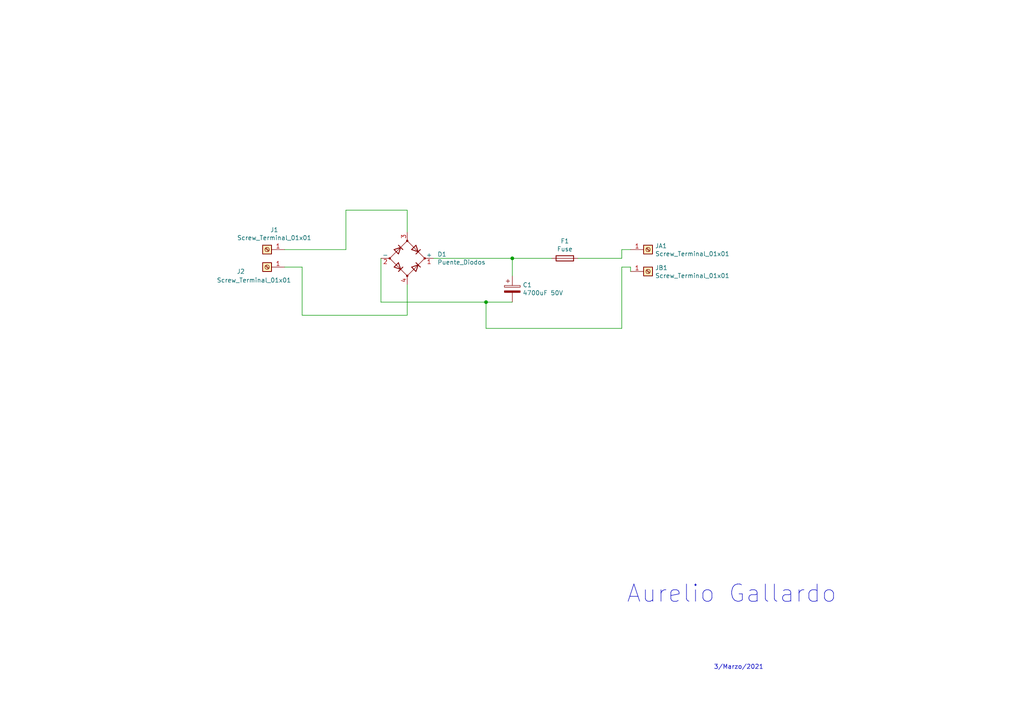
<source format=kicad_sch>
(kicad_sch (version 20211123) (generator eeschema)
  (paper "A4")
  (lib_symbols
    (symbol "Connector:Screw_Terminal_01x01" (pin_names (offset 1.016) hide)
      (property "Reference" "J" (at 0 2.54 0))
      (property "Value" "Screw_Terminal_01x01" (at 0 -2.54 0))
      (symbol "Screw_Terminal_01x01_1_1"
        (rectangle (start -1.27 1.27) (end 1.27 -1.27) (stroke (width 0.254)) (fill (type background)))
        (polyline (pts (xy -0.5334 0.3302) (xy 0.3302 -0.508)) (stroke (width 0.1524)))
        (polyline (pts (xy -0.3556 0.508) (xy 0.508 -0.3302)) (stroke (width 0.1524)))
        (circle (center 0 0) (radius 0.635) (stroke (width 0.1524)))
        (pin passive line (at -5.08 0 0) (length 3.81) (name "Pin_1") (number "1"))
      )
    )
    (symbol "Device:D_Bridge_+-AA" (pin_names (offset 0))
      (property "Reference" "D" (at 2.54 6.985 0))
      (property "Value" "D_Bridge_+-AA" (at 2.54 5.08 0))
      (symbol "D_Bridge_+-AA_0_1"
        (circle (center -5.08 0) (radius 0.254) (fill (type outline)))
        (circle (center 0 -5.08) (radius 0.254) (fill (type outline)))
        (polyline (pts (xy -2.54 3.81) (xy -1.27 2.54)) (stroke (width 0.254)))
        (polyline (pts (xy -1.27 -2.54) (xy -2.54 -3.81)) (stroke (width 0.254)))
        (polyline (pts (xy 2.54 -1.27) (xy 3.81 -2.54)) (stroke (width 0.254)))
        (polyline (pts (xy 2.54 1.27) (xy 3.81 2.54)) (stroke (width 0.254)))
        (polyline (pts (xy -3.81 2.54) (xy -2.54 1.27) (xy -1.905 3.175) (xy -3.81 2.54)) (stroke (width 0.254)))
        (polyline (pts (xy -2.54 -1.27) (xy -3.81 -2.54) (xy -1.905 -3.175) (xy -2.54 -1.27)) (stroke (width 0.254)))
        (polyline (pts (xy 1.27 2.54) (xy 2.54 3.81) (xy 3.175 1.905) (xy 1.27 2.54)) (stroke (width 0.254)))
        (polyline (pts (xy 3.175 -1.905) (xy 1.27 -2.54) (xy 2.54 -3.81) (xy 3.175 -1.905)) (stroke (width 0.254)))
        (polyline (pts (xy -5.08 0) (xy 0 -5.08) (xy 5.08 0) (xy 0 5.08) (xy -5.08 0)))
        (circle (center 0 5.08) (radius 0.254) (fill (type outline)))
        (circle (center 5.08 0) (radius 0.254) (fill (type outline)))
      )
      (symbol "D_Bridge_+-AA_1_1"
        (pin passive line (at 7.62 0 180) (length 2.54) (name "+") (number "1"))
        (pin passive line (at -7.62 0 0) (length 2.54) (name "-") (number "2"))
        (pin passive line (at 0 7.62 270) (length 2.54) (name "~") (number "3"))
        (pin passive line (at 0 -7.62 90) (length 2.54) (name "~") (number "4"))
      )
    )
    (symbol "Device:Fuse" (pin_numbers hide) (pin_names (offset 0))
      (property "Reference" "F" (at 2.032 0 90))
      (property "Value" "Fuse" (at -1.905 0 90))
      (symbol "Fuse_0_1"
        (rectangle (start -0.762 -2.54) (end 0.762 2.54) (stroke (width 0.254)))
        (polyline (pts (xy 0 2.54) (xy 0 -2.54)))
      )
      (symbol "Fuse_1_1"
        (pin passive line (at 0 3.81 270) (length 1.27) (name "~") (number "1"))
        (pin passive line (at 0 -3.81 90) (length 1.27) (name "~") (number "2"))
      )
    )
    (symbol "fuente1-rescue:CP-Device" (pin_numbers hide) (pin_names (offset 0.254))
      (property "Reference" "C" (at 0.635 2.54 0))
      (property "Value" "CP-Device" (at 0.635 -2.54 0))
      (symbol "CP-Device_0_1"
        (rectangle (start -2.286 0.508) (end 2.286 1.016))
        (polyline (pts (xy -1.778 2.286) (xy -0.762 2.286)))
        (polyline (pts (xy -1.27 2.794) (xy -1.27 1.778)))
        (rectangle (start 2.286 -0.508) (end -2.286 -1.016) (fill (type outline)))
      )
      (symbol "CP-Device_1_1"
        (pin passive line (at 0 3.81 270) (length 2.794) (name "~") (number "1"))
        (pin passive line (at 0 -3.81 90) (length 2.794) (name "~") (number "2"))
      )
    )
  )
  (junction (at 148.59 74.93))
  (junction (at 140.97 87.63))
  (wire (pts (xy 148.59 74.93) (xy 148.59 80.01)))
  (wire (pts (xy 125.73 74.93) (xy 148.59 74.93)))
  (wire (pts (xy 110.49 87.63) (xy 140.97 87.63)))
  (wire (pts (xy 180.34 77.47) (xy 180.34 95.25)))
  (wire (pts (xy 82.55 77.47) (xy 87.63 77.47)))
  (wire (pts (xy 87.63 91.44) (xy 87.63 77.47)))
  (wire (pts (xy 118.11 67.31) (xy 118.11 60.96)))
  (wire (pts (xy 118.11 60.96) (xy 100.33 60.96)))
  (wire (pts (xy 180.34 72.39) (xy 180.34 74.93)))
  (wire (pts (xy 160.02 74.93) (xy 148.59 74.93)))
  (wire (pts (xy 182.88 78.74) (xy 182.88 77.47)))
  (wire (pts (xy 110.49 74.93) (xy 110.49 87.63)))
  (wire (pts (xy 180.34 95.25) (xy 140.97 95.25)))
  (wire (pts (xy 82.55 72.39) (xy 100.33 72.39)))
  (wire (pts (xy 118.11 82.55) (xy 118.11 91.44)))
  (wire (pts (xy 180.34 74.93) (xy 167.64 74.93)))
  (wire (pts (xy 182.88 72.39) (xy 180.34 72.39)))
  (wire (pts (xy 140.97 87.63) (xy 148.59 87.63)))
  (wire (pts (xy 118.11 91.44) (xy 87.63 91.44)))
  (wire (pts (xy 140.97 95.25) (xy 140.97 87.63)))
  (wire (pts (xy 100.33 60.96) (xy 100.33 72.39)))
  (wire (pts (xy 182.88 77.47) (xy 180.34 77.47)))
  (text "Aurelio Gallardo" (at 181.61 175.26 0) (effects (font (size 5.0038 5.0038)) (justify left bottom)))
  (text "3/Marzo/2021" (at 207.01 194.31 0) (effects (font (size 1.27 1.27)) (justify left bottom)))
  (symbol (lib_id "Device:D_Bridge_+-AA") (at 118.11 74.93 0) (unit 1)
    (property "Reference" "D1" (at 126.8476 73.7616 0) (effects (justify left)))
    (property "Value" "Puente_Diodos" (at 126.8476 76.073 0) (effects (justify left)))
    (property "Footprint" "modificados:Diode_Bridge_FAGOR" (effects hide))
  )
  (symbol (lib_id "fuente1-rescue:CP-Device") (at 148.59 83.82 0) (unit 1)
    (property "Reference" "C1" (at 151.5872 82.6516 0) (effects (justify left)))
    (property "Value" "4700uF 50V" (at 151.5872 84.963 0) (effects (justify left)))
    (property "Footprint" "Capacitor_THT:CP_Radial_D22.0mm_P10.00mm_SnapIn" (effects hide))
  )
  (symbol (lib_id "Device:Fuse") (at 163.83 74.93 270) (unit 1)
    (property "Reference" "F1" (at 163.83 69.9262 90))
    (property "Value" "Fuse" (at 163.83 72.2376 90))
    (property "Footprint" "modificados:Fusible_Personalizado" (effects hide))
  )
  (symbol (lib_id "Connector:Screw_Terminal_01x01") (at 77.47 72.39 180) (unit 1)
    (property "Reference" "J1" (at 79.5528 66.675 0))
    (property "Value" "Screw_Terminal_01x01" (at 79.5528 68.9864 0))
    (property "Footprint" "Connector_PinSocket_2.54mm:PinSocket_1x01_P2.54mm_Vertical" (effects hide))
  )
  (symbol (lib_id "Connector:Screw_Terminal_01x01") (at 77.47 77.47 180) (unit 1)
    (property "Reference" "J2" (at 69.85 78.74 0))
    (property "Value" "Screw_Terminal_01x01" (at 73.66 81.28 0))
    (property "Footprint" "Connector_PinSocket_2.54mm:PinSocket_1x01_P2.54mm_Vertical" (effects hide))
  )
  (symbol (lib_id "Connector:Screw_Terminal_01x01") (at 187.96 72.39 0) (unit 1)
    (property "Reference" "JA1" (at 189.992 71.3232 0) (effects (justify left)))
    (property "Value" "Screw_Terminal_01x01" (at 189.992 73.6346 0) (effects (justify left)))
    (property "Footprint" "Connector_PinSocket_2.54mm:PinSocket_1x01_P2.54mm_Vertical" (effects hide))
  )
  (symbol (lib_id "Connector:Screw_Terminal_01x01") (at 187.96 78.74 0) (unit 1)
    (property "Reference" "JB1" (at 189.992 77.6732 0) (effects (justify left)))
    (property "Value" "Screw_Terminal_01x01" (at 189.992 79.9846 0) (effects (justify left)))
    (property "Footprint" "Connector_PinSocket_2.54mm:PinSocket_1x01_P2.54mm_Vertical" (effects hide))
  )
)
</source>
